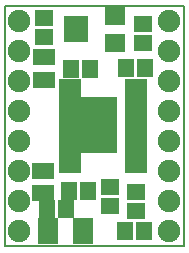
<source format=gts>
G04 (created by PCBNEW (2013-07-07 BZR 4022)-stable) date 19-01-2014 11:17:58 PM*
%MOIN*%
G04 Gerber Fmt 3.4, Leading zero omitted, Abs format*
%FSLAX34Y34*%
G01*
G70*
G90*
G04 APERTURE LIST*
%ADD10C,0.00590551*%
%ADD11C,0.005*%
%ADD12R,0.0779X0.0365*%
%ADD13R,0.1184X0.1901*%
%ADD14R,0.075X0.055*%
%ADD15C,0.075*%
%ADD16R,0.0594X0.0574*%
%ADD17R,0.0574X0.0594*%
%ADD18R,0.0653X0.0909*%
%ADD19R,0.07X0.06*%
%ADD20R,0.08X0.085*%
G04 APERTURE END LIST*
G54D10*
G54D11*
X100Y50D02*
X100Y8050D01*
X6050Y50D02*
X100Y50D01*
X6050Y8050D02*
X6050Y50D01*
X100Y8050D02*
X6050Y8050D01*
G54D12*
X4452Y3922D03*
X4452Y4178D03*
X4452Y4434D03*
X4452Y4690D03*
X2250Y3158D03*
X4452Y3154D03*
X4452Y3410D03*
X4452Y3666D03*
X2248Y4946D03*
X2248Y4690D03*
X2248Y4434D03*
X2248Y4178D03*
X2248Y3922D03*
X2248Y3666D03*
X4452Y4946D03*
X2250Y3410D03*
X4452Y2898D03*
X4452Y5202D03*
X2248Y5202D03*
X2248Y2898D03*
X4452Y2643D03*
X4452Y5457D03*
X2248Y5457D03*
X2248Y2643D03*
G54D13*
X3225Y4075D03*
G54D14*
X1345Y2570D03*
X1345Y1820D03*
X1395Y5605D03*
X1395Y6355D03*
G54D15*
X5550Y550D03*
X5550Y1550D03*
X5550Y2550D03*
X5550Y3550D03*
X5550Y4550D03*
X5550Y5550D03*
X5550Y6550D03*
X5550Y7550D03*
X550Y550D03*
X550Y1550D03*
X550Y2550D03*
X550Y3550D03*
X550Y4550D03*
X550Y5550D03*
X550Y6550D03*
X550Y7550D03*
G54D16*
X4700Y7465D03*
X4700Y6835D03*
G54D17*
X2865Y1900D03*
X2235Y1900D03*
X4135Y6000D03*
X4765Y6000D03*
G54D16*
X1400Y7035D03*
X1400Y7665D03*
G54D18*
X1509Y550D03*
X2691Y550D03*
G54D17*
X2115Y1300D03*
X1485Y1300D03*
G54D16*
X4450Y1865D03*
X4450Y1235D03*
G54D17*
X2915Y5950D03*
X2285Y5950D03*
X4085Y550D03*
X4715Y550D03*
G54D16*
X3600Y2015D03*
X3600Y1385D03*
G54D19*
X3750Y6825D03*
G54D20*
X2450Y7275D03*
G54D19*
X3750Y7725D03*
M02*

</source>
